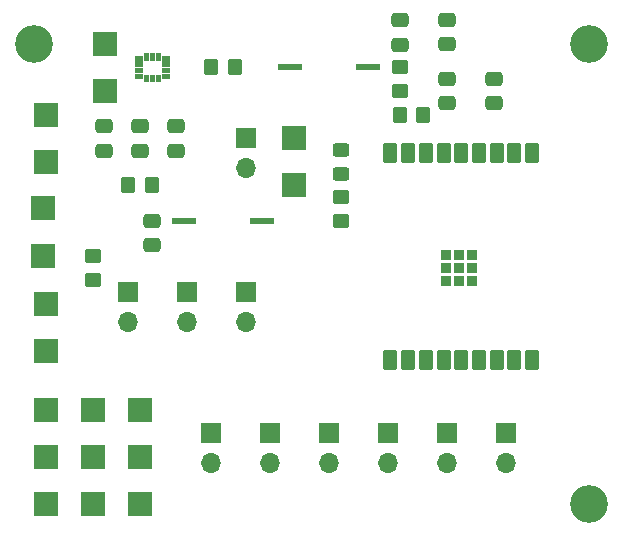
<source format=gbr>
%TF.GenerationSoftware,KiCad,Pcbnew,8.0.8*%
%TF.CreationDate,2025-04-04T16:16:19-04:00*%
%TF.ProjectId,ESP32,45535033-322e-46b6-9963-61645f706362,rev?*%
%TF.SameCoordinates,Original*%
%TF.FileFunction,Soldermask,Top*%
%TF.FilePolarity,Negative*%
%FSLAX46Y46*%
G04 Gerber Fmt 4.6, Leading zero omitted, Abs format (unit mm)*
G04 Created by KiCad (PCBNEW 8.0.8) date 2025-04-04 16:16:19*
%MOMM*%
%LPD*%
G01*
G04 APERTURE LIST*
G04 Aperture macros list*
%AMRoundRect*
0 Rectangle with rounded corners*
0 $1 Rounding radius*
0 $2 $3 $4 $5 $6 $7 $8 $9 X,Y pos of 4 corners*
0 Add a 4 corners polygon primitive as box body*
4,1,4,$2,$3,$4,$5,$6,$7,$8,$9,$2,$3,0*
0 Add four circle primitives for the rounded corners*
1,1,$1+$1,$2,$3*
1,1,$1+$1,$4,$5*
1,1,$1+$1,$6,$7*
1,1,$1+$1,$8,$9*
0 Add four rect primitives between the rounded corners*
20,1,$1+$1,$2,$3,$4,$5,0*
20,1,$1+$1,$4,$5,$6,$7,0*
20,1,$1+$1,$6,$7,$8,$9,0*
20,1,$1+$1,$8,$9,$2,$3,0*%
G04 Aperture macros list end*
%ADD10C,0.010000*%
%ADD11R,2.000000X2.000000*%
%ADD12RoundRect,0.250000X0.450000X-0.350000X0.450000X0.350000X-0.450000X0.350000X-0.450000X-0.350000X0*%
%ADD13RoundRect,0.250000X0.450000X-0.325000X0.450000X0.325000X-0.450000X0.325000X-0.450000X-0.325000X0*%
%ADD14R,1.700000X1.700000*%
%ADD15O,1.700000X1.700000*%
%ADD16C,3.200000*%
%ADD17RoundRect,0.250000X0.475000X-0.337500X0.475000X0.337500X-0.475000X0.337500X-0.475000X-0.337500X0*%
%ADD18R,2.108200X0.558800*%
%ADD19RoundRect,0.250000X-0.475000X0.337500X-0.475000X-0.337500X0.475000X-0.337500X0.475000X0.337500X0*%
%ADD20RoundRect,0.250000X-0.350000X-0.450000X0.350000X-0.450000X0.350000X0.450000X-0.350000X0.450000X0*%
%ADD21RoundRect,0.102000X-0.450000X0.750000X-0.450000X-0.750000X0.450000X-0.750000X0.450000X0.750000X0*%
%ADD22RoundRect,0.102000X-0.350000X0.350000X-0.350000X-0.350000X0.350000X-0.350000X0.350000X0.350000X0*%
G04 APERTURE END LIST*
D10*
%TO.C,MT1*%
X133125000Y-75425000D02*
X132550000Y-75425000D01*
X132550000Y-75075000D01*
X133125000Y-75075000D01*
X133125000Y-75425000D01*
G36*
X133125000Y-75425000D02*
G01*
X132550000Y-75425000D01*
X132550000Y-75075000D01*
X133125000Y-75075000D01*
X133125000Y-75425000D01*
G37*
X133125000Y-75925000D02*
X132550000Y-75925000D01*
X132550000Y-75575000D01*
X133125000Y-75575000D01*
X133125000Y-75925000D01*
G36*
X133125000Y-75925000D02*
G01*
X132550000Y-75925000D01*
X132550000Y-75575000D01*
X133125000Y-75575000D01*
X133125000Y-75925000D01*
G37*
X133125000Y-76425000D02*
X132550000Y-76425000D01*
X132550000Y-76075000D01*
X133125000Y-76075000D01*
X133125000Y-76425000D01*
G36*
X133125000Y-76425000D02*
G01*
X132550000Y-76425000D01*
X132550000Y-76075000D01*
X133125000Y-76075000D01*
X133125000Y-76425000D01*
G37*
X133125000Y-76925000D02*
X132550000Y-76925000D01*
X132550000Y-76575000D01*
X133125000Y-76575000D01*
X133125000Y-76925000D01*
G36*
X133125000Y-76925000D02*
G01*
X132550000Y-76925000D01*
X132550000Y-76575000D01*
X133125000Y-76575000D01*
X133125000Y-76925000D01*
G37*
X133675000Y-75375000D02*
X133325000Y-75375000D01*
X133325000Y-74800000D01*
X133675000Y-74800000D01*
X133675000Y-75375000D01*
G36*
X133675000Y-75375000D02*
G01*
X133325000Y-75375000D01*
X133325000Y-74800000D01*
X133675000Y-74800000D01*
X133675000Y-75375000D01*
G37*
X133675000Y-77200000D02*
X133325000Y-77200000D01*
X133325000Y-76625000D01*
X133675000Y-76625000D01*
X133675000Y-77200000D01*
G36*
X133675000Y-77200000D02*
G01*
X133325000Y-77200000D01*
X133325000Y-76625000D01*
X133675000Y-76625000D01*
X133675000Y-77200000D01*
G37*
X134175000Y-75375000D02*
X133825000Y-75375000D01*
X133825000Y-74800000D01*
X134175000Y-74800000D01*
X134175000Y-75375000D01*
G36*
X134175000Y-75375000D02*
G01*
X133825000Y-75375000D01*
X133825000Y-74800000D01*
X134175000Y-74800000D01*
X134175000Y-75375000D01*
G37*
X134175000Y-77200000D02*
X133825000Y-77200000D01*
X133825000Y-76625000D01*
X134175000Y-76625000D01*
X134175000Y-77200000D01*
G36*
X134175000Y-77200000D02*
G01*
X133825000Y-77200000D01*
X133825000Y-76625000D01*
X134175000Y-76625000D01*
X134175000Y-77200000D01*
G37*
X134675000Y-75375000D02*
X134325000Y-75375000D01*
X134325000Y-74800000D01*
X134675000Y-74800000D01*
X134675000Y-75375000D01*
G36*
X134675000Y-75375000D02*
G01*
X134325000Y-75375000D01*
X134325000Y-74800000D01*
X134675000Y-74800000D01*
X134675000Y-75375000D01*
G37*
X134675000Y-77200000D02*
X134325000Y-77200000D01*
X134325000Y-76625000D01*
X134675000Y-76625000D01*
X134675000Y-77200000D01*
G36*
X134675000Y-77200000D02*
G01*
X134325000Y-77200000D01*
X134325000Y-76625000D01*
X134675000Y-76625000D01*
X134675000Y-77200000D01*
G37*
X135450000Y-75425000D02*
X134875000Y-75425000D01*
X134875000Y-75075000D01*
X135450000Y-75075000D01*
X135450000Y-75425000D01*
G36*
X135450000Y-75425000D02*
G01*
X134875000Y-75425000D01*
X134875000Y-75075000D01*
X135450000Y-75075000D01*
X135450000Y-75425000D01*
G37*
X135450000Y-75925000D02*
X134875000Y-75925000D01*
X134875000Y-75575000D01*
X135450000Y-75575000D01*
X135450000Y-75925000D01*
G36*
X135450000Y-75925000D02*
G01*
X134875000Y-75925000D01*
X134875000Y-75575000D01*
X135450000Y-75575000D01*
X135450000Y-75925000D01*
G37*
X135450000Y-76425000D02*
X134875000Y-76425000D01*
X134875000Y-76075000D01*
X135450000Y-76075000D01*
X135450000Y-76425000D01*
G36*
X135450000Y-76425000D02*
G01*
X134875000Y-76425000D01*
X134875000Y-76075000D01*
X135450000Y-76075000D01*
X135450000Y-76425000D01*
G37*
X135450000Y-76925000D02*
X134875000Y-76925000D01*
X134875000Y-76575000D01*
X135450000Y-76575000D01*
X135450000Y-76925000D01*
G36*
X135450000Y-76925000D02*
G01*
X134875000Y-76925000D01*
X134875000Y-76575000D01*
X135450000Y-76575000D01*
X135450000Y-76925000D01*
G37*
%TD*%
D11*
%TO.C,TP5*%
X133000000Y-105000000D03*
%TD*%
%TO.C,TP6*%
X133000000Y-109000000D03*
%TD*%
D12*
%TO.C,R2*%
X150000000Y-89000000D03*
X150000000Y-87000000D03*
%TD*%
D13*
%TO.C,D1*%
X150000000Y-85025000D03*
X150000000Y-82975000D03*
%TD*%
D14*
%TO.C,J6*%
X149000000Y-107000000D03*
D15*
X149000000Y-109540000D03*
%TD*%
D12*
%TO.C,R4*%
X129000000Y-94000000D03*
X129000000Y-92000000D03*
%TD*%
D11*
%TO.C,TP8*%
X129000000Y-105000000D03*
%TD*%
D16*
%TO.C,REF\u002A\u002A*%
X171000000Y-74000000D03*
%TD*%
D14*
%TO.C,J8*%
X139000000Y-107000000D03*
D15*
X139000000Y-109540000D03*
%TD*%
D17*
%TO.C,C3*%
X163000000Y-79037500D03*
X163000000Y-76962500D03*
%TD*%
D14*
%TO.C,J10*%
X132000000Y-95000000D03*
D15*
X132000000Y-97540000D03*
%TD*%
D14*
%TO.C,J7*%
X144000000Y-107000000D03*
D15*
X144000000Y-109540000D03*
%TD*%
D14*
%TO.C,J9*%
X137000000Y-95000000D03*
D15*
X137000000Y-97540000D03*
%TD*%
D18*
%TO.C,SW1*%
X136699300Y-89000000D03*
X143300700Y-89000000D03*
%TD*%
D12*
%TO.C,R1*%
X155000000Y-78000000D03*
X155000000Y-76000000D03*
%TD*%
D11*
%TO.C,TP12*%
X129000000Y-113000000D03*
%TD*%
%TO.C,TP11*%
X125000000Y-96000000D03*
%TD*%
D18*
%TO.C,SW2*%
X145699300Y-76000000D03*
X152300700Y-76000000D03*
%TD*%
D11*
%TO.C,TP1*%
X146000000Y-82000000D03*
%TD*%
%TO.C,TP16*%
X125000000Y-80000000D03*
%TD*%
%TO.C,TP7*%
X133000000Y-113000000D03*
%TD*%
D16*
%TO.C,REF\u002A\u002A*%
X171000000Y-113000000D03*
%TD*%
D14*
%TO.C,J4*%
X164000000Y-107000000D03*
D15*
X164000000Y-109540000D03*
%TD*%
D11*
%TO.C,TP15*%
X125000000Y-113000000D03*
%TD*%
%TO.C,TP18*%
X124825000Y-87950000D03*
%TD*%
D19*
%TO.C,C6*%
X133000000Y-81000000D03*
X133000000Y-83075000D03*
%TD*%
D16*
%TO.C,REF\u002A\u002A*%
X124000000Y-74000000D03*
%TD*%
D14*
%TO.C,J1*%
X142000000Y-82000000D03*
D15*
X142000000Y-84540000D03*
%TD*%
D20*
%TO.C,R3*%
X132000000Y-86000000D03*
X134000000Y-86000000D03*
%TD*%
D19*
%TO.C,C5*%
X136010000Y-81000000D03*
X136010000Y-83075000D03*
%TD*%
D20*
%TO.C,R5*%
X155000000Y-80000000D03*
X157000000Y-80000000D03*
%TD*%
D14*
%TO.C,J3*%
X142000000Y-95000000D03*
D15*
X142000000Y-97540000D03*
%TD*%
D11*
%TO.C,TP2*%
X146000000Y-86000000D03*
%TD*%
%TO.C,TP4*%
X130000000Y-74000000D03*
%TD*%
%TO.C,TP3*%
X130000000Y-78000000D03*
%TD*%
%TO.C,TP9*%
X129000000Y-109000000D03*
%TD*%
D19*
%TO.C,C7*%
X129990000Y-81000000D03*
X129990000Y-83075000D03*
%TD*%
D11*
%TO.C,TP13*%
X125000000Y-105000000D03*
%TD*%
%TO.C,TP19*%
X124825000Y-92000000D03*
%TD*%
D17*
%TO.C,C2*%
X159000000Y-79037500D03*
X159000000Y-76962500D03*
%TD*%
D14*
%TO.C,J2*%
X154000000Y-107000000D03*
D15*
X154000000Y-109540000D03*
%TD*%
D11*
%TO.C,TP10*%
X125000000Y-100000000D03*
%TD*%
D20*
%TO.C,R6*%
X139000000Y-76000000D03*
X141000000Y-76000000D03*
%TD*%
D11*
%TO.C,TP14*%
X125000000Y-109000000D03*
%TD*%
D17*
%TO.C,C8*%
X134000000Y-91075000D03*
X134000000Y-89000000D03*
%TD*%
D21*
%TO.C,U1*%
X166200000Y-83250000D03*
X164700000Y-83250000D03*
X163200000Y-83250000D03*
X161700000Y-83250000D03*
X160200000Y-83250000D03*
X158700000Y-83250000D03*
X157200000Y-83250000D03*
X155700000Y-83250000D03*
X154200000Y-83250000D03*
X154200000Y-100750000D03*
X155700000Y-100750000D03*
X157200000Y-100750000D03*
X158700000Y-100750000D03*
X160200000Y-100750000D03*
X161700000Y-100750000D03*
X163200000Y-100750000D03*
X164700000Y-100750000D03*
X166200000Y-100750000D03*
D22*
X161100000Y-91860000D03*
X161100000Y-92960000D03*
X161100000Y-94060000D03*
X160000000Y-91860000D03*
X160000000Y-92960000D03*
X160000000Y-94060000D03*
X158900000Y-91860000D03*
X158900000Y-92960000D03*
X158900000Y-94060000D03*
%TD*%
D14*
%TO.C,J5*%
X159000000Y-107000000D03*
D15*
X159000000Y-109540000D03*
%TD*%
D11*
%TO.C,TP17*%
X125000000Y-84000000D03*
%TD*%
D17*
%TO.C,C1*%
X155000000Y-74075000D03*
X155000000Y-72000000D03*
%TD*%
%TO.C,C4*%
X159000000Y-74037500D03*
X159000000Y-71962500D03*
%TD*%
M02*

</source>
